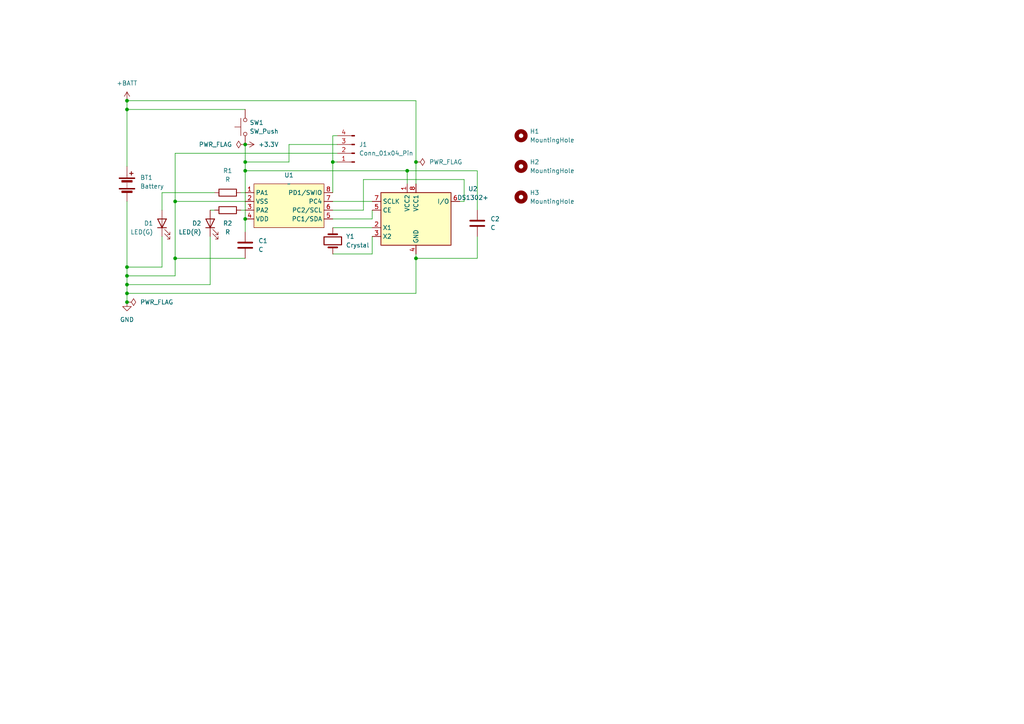
<source format=kicad_sch>
(kicad_sch (version 20230121) (generator eeschema)
  (paper "A4")
  (lib_symbols
    (symbol "Connector:Conn_01x04_Pin" (pin_names (offset 1.016) hide)
      (property "Reference" "J" (at 0 5.08 0))
      (property "Value" "Conn_01x04_Pin" (at 0 -7.62 0))
      (symbol "Conn_01x04_Pin_1_1"
        (polyline (pts (xy 1.27 -5.08) (xy 0.8636 -5.08)) (stroke (width 0.1524)))
        (polyline (pts (xy 1.27 -2.54) (xy 0.8636 -2.54)) (stroke (width 0.1524)))
        (polyline (pts (xy 1.27 0) (xy 0.8636 0)) (stroke (width 0.1524)))
        (polyline (pts (xy 1.27 2.54) (xy 0.8636 2.54)) (stroke (width 0.1524)))
        (rectangle (start 0.8636 -4.953) (end 0 -5.207) (stroke (width 0.1524)) (fill (type outline)))
        (rectangle (start 0.8636 -2.413) (end 0 -2.667) (stroke (width 0.1524)) (fill (type outline)))
        (rectangle (start 0.8636 0.127) (end 0 -0.127) (stroke (width 0.1524)) (fill (type outline)))
        (rectangle (start 0.8636 2.667) (end 0 2.413) (stroke (width 0.1524)) (fill (type outline)))
        (pin passive line (at 5.08 2.54 180) (length 3.81) (name "Pin_1") (number "1"))
        (pin passive line (at 5.08 0 180) (length 3.81) (name "Pin_2") (number "2"))
        (pin passive line (at 5.08 -2.54 180) (length 3.81) (name "Pin_3") (number "3"))
        (pin passive line (at 5.08 -5.08 180) (length 3.81) (name "Pin_4") (number "4"))
      )
    )
    (symbol "Device:Battery" (pin_numbers hide) (pin_names (offset 0) hide)
      (property "Reference" "BT" (at 2.54 2.54 0))
      (property "Value" "Battery" (at 2.54 0 0))
      (symbol "Battery_0_1"
        (rectangle (start -2.286 -1.27) (end 2.286 -1.524) (fill (type outline)))
        (rectangle (start -2.286 1.778) (end 2.286 1.524) (fill (type outline)))
        (rectangle (start -1.524 -2.032) (end 1.524 -2.54) (fill (type outline)))
        (rectangle (start -1.524 1.016) (end 1.524 0.508) (fill (type outline)))
        (polyline (pts (xy 0 -1.016) (xy 0 -0.762)))
        (polyline (pts (xy 0 -0.508) (xy 0 -0.254)))
        (polyline (pts (xy 0 0) (xy 0 0.254)))
        (polyline (pts (xy 0 1.778) (xy 0 2.54)))
        (polyline (pts (xy 0.762 3.048) (xy 1.778 3.048)) (stroke (width 0.254)))
        (polyline (pts (xy 1.27 3.556) (xy 1.27 2.54)) (stroke (width 0.254)))
      )
      (symbol "Battery_1_1"
        (pin passive line (at 0 5.08 270) (length 2.54) (name "+") (number "1"))
        (pin passive line (at 0 -5.08 90) (length 2.54) (name "-") (number "2"))
      )
    )
    (symbol "Device:C" (pin_numbers hide) (pin_names (offset 0.254))
      (property "Reference" "C" (at 0.635 2.54 0))
      (property "Value" "C" (at 0.635 -2.54 0))
      (symbol "C_0_1"
        (polyline (pts (xy -2.032 -0.762) (xy 2.032 -0.762)) (stroke (width 0.508)))
        (polyline (pts (xy -2.032 0.762) (xy 2.032 0.762)) (stroke (width 0.508)))
      )
      (symbol "C_1_1"
        (pin passive line (at 0 3.81 270) (length 2.794) (name "~") (number "1"))
        (pin passive line (at 0 -3.81 90) (length 2.794) (name "~") (number "2"))
      )
    )
    (symbol "Device:Crystal" (pin_numbers hide) (pin_names (offset 1.016) hide)
      (property "Reference" "Y" (at 0 3.81 0))
      (property "Value" "Crystal" (at 0 -3.81 0))
      (symbol "Crystal_0_1"
        (rectangle (start -1.143 2.54) (end 1.143 -2.54) (stroke (width 0.3048)))
        (polyline (pts (xy -2.54 0) (xy -1.905 0)))
        (polyline (pts (xy -1.905 -1.27) (xy -1.905 1.27)) (stroke (width 0.508)))
        (polyline (pts (xy 1.905 -1.27) (xy 1.905 1.27)) (stroke (width 0.508)))
        (polyline (pts (xy 2.54 0) (xy 1.905 0)))
      )
      (symbol "Crystal_1_1"
        (pin passive line (at -3.81 0 0) (length 1.27) (name "1") (number "1"))
        (pin passive line (at 3.81 0 180) (length 1.27) (name "2") (number "2"))
      )
    )
    (symbol "Device:LED" (pin_numbers hide) (pin_names (offset 1.016) hide)
      (property "Reference" "D" (at 0 2.54 0))
      (property "Value" "LED" (at 0 -2.54 0))
      (symbol "LED_0_1"
        (polyline (pts (xy -1.27 -1.27) (xy -1.27 1.27)) (stroke (width 0.254)))
        (polyline (pts (xy -1.27 0) (xy 1.27 0)))
        (polyline (pts (xy 1.27 -1.27) (xy 1.27 1.27) (xy -1.27 0) (xy 1.27 -1.27)) (stroke (width 0.254)))
        (polyline (pts (xy -3.048 -0.762) (xy -4.572 -2.286) (xy -3.81 -2.286) (xy -4.572 -2.286) (xy -4.572 -1.524)))
        (polyline (pts (xy -1.778 -0.762) (xy -3.302 -2.286) (xy -2.54 -2.286) (xy -3.302 -2.286) (xy -3.302 -1.524)))
      )
      (symbol "LED_1_1"
        (pin passive line (at -3.81 0 0) (length 2.54) (name "K") (number "1"))
        (pin passive line (at 3.81 0 180) (length 2.54) (name "A") (number "2"))
      )
    )
    (symbol "Device:R" (pin_numbers hide) (pin_names (offset 0))
      (property "Reference" "R" (at 2.032 0 90))
      (property "Value" "R" (at 0 0 90))
      (symbol "R_0_1"
        (rectangle (start -1.016 -2.54) (end 1.016 2.54) (stroke (width 0.254)))
      )
      (symbol "R_1_1"
        (pin passive line (at 0 3.81 270) (length 1.27) (name "~") (number "1"))
        (pin passive line (at 0 -3.81 90) (length 1.27) (name "~") (number "2"))
      )
    )
    (symbol "Mechanical:MountingHole" (pin_names (offset 1.016))
      (property "Reference" "H" (at 0 5.08 0))
      (property "Value" "MountingHole" (at 0 3.175 0))
      (symbol "MountingHole_0_1"
        (circle (center 0 0) (radius 1.27) (stroke (width 1.27)))
      )
    )
    (symbol "Switch:SW_Push" (pin_numbers hide) (pin_names (offset 1.016) hide)
      (property "Reference" "SW" (at 1.27 2.54 0))
      (property "Value" "SW_Push" (at 0 -1.524 0))
      (symbol "SW_Push_0_1"
        (circle (center -2.032 0) (radius 0.508))
        (polyline (pts (xy 0 1.27) (xy 0 3.048)))
        (polyline (pts (xy 2.54 1.27) (xy -2.54 1.27)))
        (circle (center 2.032 0) (radius 0.508))
        (pin passive line (at -5.08 0 0) (length 2.54) (name "1") (number "1"))
        (pin passive line (at 5.08 0 180) (length 2.54) (name "2") (number "2"))
      )
    )
    (symbol "Timer_RTC:DS1302+"
      (property "Reference" "U" (at -8.89 8.89 0))
      (property "Value" "DS1302+" (at 6.35 8.89 0))
      (symbol "DS1302+_1_1"
        (rectangle (start -10.16 7.62) (end 10.16 -7.62) (stroke (width 0.254)) (fill (type background)))
        (pin power_in line (at -2.54 10.16 270) (length 2.54) (name "VCC2") (number "1"))
        (pin input line (at -12.7 -2.54 0) (length 2.54) (name "X1") (number "2"))
        (pin input line (at -12.7 -5.08 0) (length 2.54) (name "X2") (number "3"))
        (pin power_in line (at 0 -10.16 90) (length 2.54) (name "GND") (number "4"))
        (pin input line (at -12.7 2.54 0) (length 2.54) (name "CE") (number "5"))
        (pin bidirectional line (at 12.7 5.08 180) (length 2.54) (name "I/O") (number "6"))
        (pin input line (at -12.7 5.08 0) (length 2.54) (name "SCLK") (number "7"))
        (pin power_in line (at 0 10.16 270) (length 2.54) (name "VCC1") (number "8"))
      )
    )
    (symbol "power:+3.3V" (power) (pin_names (offset 0))
      (property "Value" "+3.3V" (at 0 3.556 0))
      (symbol "+3.3V_0_1"
        (polyline (pts (xy -0.762 1.27) (xy 0 2.54)))
        (polyline (pts (xy 0 0) (xy 0 2.54)))
        (polyline (pts (xy 0 2.54) (xy 0.762 1.27)))
      )
      (symbol "+3.3V_1_1"
        (pin power_in line (at 0 0 90) (length 0) hide (name "+3.3V") (number "1"))
      )
    )
    (symbol "power:+BATT" (power) (pin_names (offset 0))
      (property "Value" "+BATT" (at 0 3.556 0))
      (symbol "+BATT_0_1"
        (polyline (pts (xy -0.762 1.27) (xy 0 2.54)))
        (polyline (pts (xy 0 0) (xy 0 2.54)))
        (polyline (pts (xy 0 2.54) (xy 0.762 1.27)))
      )
      (symbol "+BATT_1_1"
        (pin power_in line (at 0 0 90) (length 0) hide (name "+BATT") (number "1"))
      )
    )
    (symbol "power:GND" (power) (pin_names (offset 0))
      (property "Value" "GND" (at 0 -3.81 0))
      (symbol "GND_0_1"
        (polyline (pts (xy 0 0) (xy 0 -1.27) (xy 1.27 -1.27) (xy 0 -2.54) (xy -1.27 -1.27) (xy 0 -1.27)))
      )
      (symbol "GND_1_1"
        (pin power_in line (at 0 0 270) (length 0) hide (name "GND") (number "1"))
      )
    )
    (symbol "power:PWR_FLAG" (power) (pin_numbers hide) (pin_names (offset 0) hide)
      (property "Value" "PWR_FLAG" (at 0 3.81 0))
      (symbol "PWR_FLAG_0_0"
        (pin power_out line (at 0 0 90) (length 0) (name "pwr") (number "1"))
      )
      (symbol "PWR_FLAG_0_1"
        (polyline (pts (xy 0 0) (xy 0 1.27) (xy -1.016 1.905) (xy 0 2.54) (xy 1.016 1.905) (xy 0 1.27)))
      )
    )
    (symbol "tasuku:CH32V003J4M6"
      (property "Reference" "U" (at 1.27 1.27 0))
      (symbol "CH32V003J4M6_1_1"
        (rectangle (start -10.16 0) (end 10.16 -12.7) (fill (type background)))
        (pin passive line (at -12.7 -2.54 0) (length 2.54) (name "PA1") (number "1"))
        (pin power_in line (at -12.7 -5.08 0) (length 2.54) (name "VSS") (number "2"))
        (pin passive line (at -12.7 -7.62 0) (length 2.54) (name "PA2") (number "3"))
        (pin power_in line (at -12.7 -10.16 0) (length 2.54) (name "VDD") (number "4"))
        (pin passive line (at 12.7 -10.16 180) (length 2.54) (name "PC1/SDA") (number "5"))
        (pin passive line (at 12.7 -7.62 180) (length 2.54) (name "PC2/SCL") (number "6"))
        (pin passive line (at 12.7 -5.08 180) (length 2.54) (name "PC4") (number "7"))
        (pin passive line (at 12.7 -2.54 180) (length 2.54) (name "PD1/SWIO") (number "8"))
      )
    )
  )
  (junction (at 71.12 41.91))
  (junction (at 36.83 80.01))
  (junction (at 71.12 63.5))
  (junction (at 36.83 82.55))
  (junction (at 96.52 46.99))
  (junction (at 50.8 58.42))
  (junction (at 71.12 46.99))
  (junction (at 118.11 49.53))
  (junction (at 36.83 85.09))
  (junction (at 120.65 74.93))
  (junction (at 120.65 46.99))
  (junction (at 36.83 31.75))
  (junction (at 50.8 74.93))
  (junction (at 36.83 87.63))
  (junction (at 71.12 49.53))
  (junction (at 36.83 29.21))
  (junction (at 36.83 77.47))
  (wire (pts (xy 50.8 44.45) (xy 97.79 44.45)))
  (wire (pts (xy 36.83 80.01) (xy 36.83 82.55)))
  (wire (pts (xy 50.8 74.93) (xy 71.12 74.93)))
  (wire (pts (xy 46.99 55.88) (xy 46.99 60.96)))
  (wire (pts (xy 120.65 29.21) (xy 120.65 46.99)))
  (wire (pts (xy 50.8 44.45) (xy 50.8 58.42)))
  (wire (pts (xy 105.41 52.07) (xy 105.41 60.96)))
  (wire (pts (xy 50.8 58.42) (xy 50.8 74.93)))
  (wire (pts (xy 46.99 68.58) (xy 46.99 77.47)))
  (wire (pts (xy 71.12 49.53) (xy 118.11 49.53)))
  (wire (pts (xy 69.85 55.88) (xy 71.12 55.88)))
  (wire (pts (xy 105.41 52.07) (xy 134.62 52.07)))
  (wire (pts (xy 36.83 29.21) (xy 120.65 29.21)))
  (wire (pts (xy 120.65 73.66) (xy 120.65 74.93)))
  (wire (pts (xy 71.12 63.5) (xy 71.12 67.31)))
  (wire (pts (xy 71.12 49.53) (xy 71.12 63.5)))
  (wire (pts (xy 71.12 41.91) (xy 71.12 46.99)))
  (wire (pts (xy 83.82 46.99) (xy 71.12 46.99)))
  (wire (pts (xy 138.43 60.96) (xy 138.43 49.53)))
  (wire (pts (xy 36.83 31.75) (xy 71.12 31.75)))
  (wire (pts (xy 46.99 55.88) (xy 62.23 55.88)))
  (wire (pts (xy 60.96 68.58) (xy 60.96 82.55)))
  (wire (pts (xy 134.62 52.07) (xy 134.62 58.42)))
  (wire (pts (xy 138.43 74.93) (xy 120.65 74.93)))
  (wire (pts (xy 138.43 49.53) (xy 118.11 49.53)))
  (wire (pts (xy 96.52 39.37) (xy 97.79 39.37)))
  (wire (pts (xy 96.52 46.99) (xy 97.79 46.99)))
  (wire (pts (xy 120.65 46.99) (xy 120.65 53.34)))
  (wire (pts (xy 120.65 74.93) (xy 120.65 85.09)))
  (wire (pts (xy 36.83 77.47) (xy 46.99 77.47)))
  (wire (pts (xy 96.52 58.42) (xy 107.95 58.42)))
  (wire (pts (xy 96.52 46.99) (xy 96.52 55.88)))
  (wire (pts (xy 50.8 58.42) (xy 71.12 58.42)))
  (wire (pts (xy 97.79 41.91) (xy 83.82 41.91)))
  (wire (pts (xy 83.82 41.91) (xy 83.82 46.99)))
  (wire (pts (xy 36.83 82.55) (xy 60.96 82.55)))
  (wire (pts (xy 36.83 85.09) (xy 36.83 87.63)))
  (wire (pts (xy 36.83 85.09) (xy 120.65 85.09)))
  (wire (pts (xy 36.83 77.47) (xy 36.83 80.01)))
  (wire (pts (xy 71.12 46.99) (xy 71.12 49.53)))
  (wire (pts (xy 60.96 60.96) (xy 62.23 60.96)))
  (wire (pts (xy 118.11 49.53) (xy 118.11 53.34)))
  (wire (pts (xy 133.35 58.42) (xy 134.62 58.42)))
  (wire (pts (xy 96.52 73.66) (xy 107.95 73.66)))
  (wire (pts (xy 107.95 73.66) (xy 107.95 68.58)))
  (wire (pts (xy 50.8 80.01) (xy 36.83 80.01)))
  (wire (pts (xy 107.95 63.5) (xy 107.95 60.96)))
  (wire (pts (xy 96.52 66.04) (xy 107.95 66.04)))
  (wire (pts (xy 96.52 63.5) (xy 107.95 63.5)))
  (wire (pts (xy 50.8 74.93) (xy 50.8 80.01)))
  (wire (pts (xy 105.41 60.96) (xy 96.52 60.96)))
  (wire (pts (xy 96.52 39.37) (xy 96.52 46.99)))
  (wire (pts (xy 69.85 60.96) (xy 71.12 60.96)))
  (wire (pts (xy 36.83 31.75) (xy 36.83 48.26)))
  (wire (pts (xy 36.83 82.55) (xy 36.83 85.09)))
  (wire (pts (xy 138.43 68.58) (xy 138.43 74.93)))
  (wire (pts (xy 36.83 29.21) (xy 36.83 31.75)))
  (wire (pts (xy 36.83 58.42) (xy 36.83 77.47)))
  (symbol (lib_id "power:GND") (at 36.83 87.63 0) (unit 1)
    (property "Reference" "#PWR08" (effects hide))
    (property "Value" "GND" (at 36.83 92.71 0))
  )
  (symbol (lib_id "Switch:SW_Push") (at 71.12 36.83 90) (unit 1)
    (property "Reference" "SW1" (at 72.39 35.56 90) (effects (justify right)))
    (property "Value" "SW_Push" (at 72.39 38.1 90) (effects (justify right)))
    (property "Footprint" "Button_Switch_SMD:SW_Push_1P1T_NO_6x6mm_H9.5mm" (effects hide))
  )
  (symbol (lib_id "Device:Crystal") (at 96.52 69.85 90) (unit 1)
    (property "Reference" "Y1" (at 100.33 68.58 90) (effects (justify right)))
    (property "Value" "Crystal" (at 100.33 71.12 90) (effects (justify right)))
    (property "Footprint" "Crystal:Crystal_SMD_3215-2Pin_3.2x1.5mm" (effects hide))
  )
  (symbol (lib_id "Device:R") (at 66.04 60.96 90) (unit 1)
    (property "Reference" "R2" (at 66.04 64.77 90))
    (property "Value" "R" (at 66.04 67.31 90))
    (property "Footprint" "Resistor_SMD:R_0603_1608Metric" (effects hide))
  )
  (symbol (lib_id "Device:LED") (at 46.99 64.77 90) (unit 1)
    (property "Reference" "D1" (at 44.45 64.77 90) (effects (justify left)))
    (property "Value" "LED(G)" (at 44.45 67.31 90) (effects (justify left)))
    (property "Footprint" "LED_SMD:LED_0603_1608Metric" (effects hide))
  )
  (symbol (lib_id "tasuku:CH32V003J4M6") (at 83.82 53.34 0) (unit 1)
    (property "Reference" "U1" (at 83.82 50.8 0))
    (property "Value" "~" (at 83.82 53.34 0))
    (property "Footprint" "Package_SO:SOP-8_3.9x4.9mm_P1.27mm" (effects hide))
    (property "Datasheet" "https://www.wch-ic.com/downloads/CH32V003RM_PDF.html" (effects hide))
  )
  (symbol (lib_id "Device:Battery") (at 36.83 53.34 0) (unit 1)
    (property "Reference" "BT1" (at 40.64 51.4985 0) (effects (justify left)))
    (property "Value" "Battery" (at 40.64 54.0385 0) (effects (justify left)))
    (property "Footprint" "Battery:BatteryHolder_Keystone_1060_1x2032" (effects hide))
  )
  (symbol (lib_id "power:PWR_FLAG") (at 120.65 46.99 270) (unit 1)
    (property "Reference" "#FLG01" (effects hide))
    (property "Value" "PWR_FLAG" (at 124.46 46.99 90) (effects (justify left)))
  )
  (symbol (lib_id "Connector:Conn_01x04_Pin") (at 102.87 44.45 180) (unit 1)
    (property "Reference" "J1" (at 104.14 41.91 0) (effects (justify right)))
    (property "Value" "Conn_01x04_Pin" (at 104.14 44.45 0) (effects (justify right)))
    (property "Footprint" "Connector_PinSocket_2.54mm:PinSocket_2x02_P2.54mm_Vertical" (effects hide))
  )
  (symbol (lib_id "Timer_RTC:DS1302+") (at 120.65 63.5 0) (unit 1)
    (property "Reference" "U2" (at 137.16 54.7721 0))
    (property "Value" "DS1302+" (at 137.16 57.3121 0))
    (property "Footprint" "Package_DIP:DIP-8_W7.62mm" (effects hide))
    (property "Datasheet" "https://datasheets.maximintegrated.com/en/ds/DS1302.pdf" (effects hide))
  )
  (symbol (lib_id "Device:LED") (at 60.96 64.77 90) (unit 1)
    (property "Reference" "D2" (at 58.42 64.77 90) (effects (justify left)))
    (property "Value" "LED(R)" (at 58.42 67.31 90) (effects (justify left)))
    (property "Footprint" "LED_SMD:LED_0603_1608Metric" (effects hide))
  )
  (symbol (lib_id "power:PWR_FLAG") (at 71.12 41.91 90) (unit 1)
    (property "Reference" "#FLG03" (effects hide))
    (property "Value" "PWR_FLAG" (at 67.31 41.91 90) (effects (justify left)))
  )
  (symbol (lib_id "Device:R") (at 66.04 55.88 90) (unit 1)
    (property "Reference" "R1" (at 66.04 49.53 90))
    (property "Value" "R" (at 66.04 52.07 90))
    (property "Footprint" "Resistor_SMD:R_0603_1608Metric" (effects hide))
  )
  (symbol (lib_id "Mechanical:MountingHole") (at 151.13 57.15 0) (unit 1)
    (property "Reference" "H3" (at 153.67 55.88 0) (effects (justify left)))
    (property "Value" "MountingHole" (at 153.67 58.42 0) (effects (justify left)))
    (property "Footprint" "MountingHole:MountingHole_3.2mm_M3" (effects hide))
  )
  (symbol (lib_id "Device:C") (at 138.43 64.77 0) (unit 1)
    (property "Reference" "C2" (at 142.24 63.5 0) (effects (justify left)))
    (property "Value" "C" (at 142.24 66.04 0) (effects (justify left)))
    (property "Footprint" "Capacitor_SMD:C_0603_1608Metric" (effects hide))
  )
  (symbol (lib_id "Mechanical:MountingHole") (at 151.13 39.37 0) (unit 1)
    (property "Reference" "H1" (at 153.67 38.1 0) (effects (justify left)))
    (property "Value" "MountingHole" (at 153.67 40.64 0) (effects (justify left)))
    (property "Footprint" "MountingHole:MountingHole_3.2mm_M3" (effects hide))
  )
  (symbol (lib_id "power:PWR_FLAG") (at 36.83 87.63 270) (unit 1)
    (property "Reference" "#FLG02" (effects hide))
    (property "Value" "PWR_FLAG" (at 40.64 87.63 90) (effects (justify left)))
  )
  (symbol (lib_id "Device:C") (at 71.12 71.12 0) (unit 1)
    (property "Reference" "C1" (at 74.93 69.85 0) (effects (justify left)))
    (property "Value" "C" (at 74.93 72.39 0) (effects (justify left)))
    (property "Footprint" "Capacitor_SMD:C_0603_1608Metric" (effects hide))
  )
  (symbol (lib_id "power:+3.3V") (at 71.12 41.91 270) (unit 1)
    (property "Reference" "#PWR09" (effects hide))
    (property "Value" "+3.3V" (at 74.93 41.91 90) (effects (justify left)))
  )
  (symbol (lib_id "power:+BATT") (at 36.83 29.21 0) (unit 1)
    (property "Reference" "#PWR05" (effects hide))
    (property "Value" "+BATT" (at 36.83 24.13 0))
  )
  (symbol (lib_id "Mechanical:MountingHole") (at 151.13 48.26 0) (unit 1)
    (property "Reference" "H2" (at 153.67 46.99 0) (effects (justify left)))
    (property "Value" "MountingHole" (at 153.67 49.53 0) (effects (justify left)))
    (property "Footprint" "MountingHole:MountingHole_3.2mm_M3" (effects hide))
  )
)
</source>
